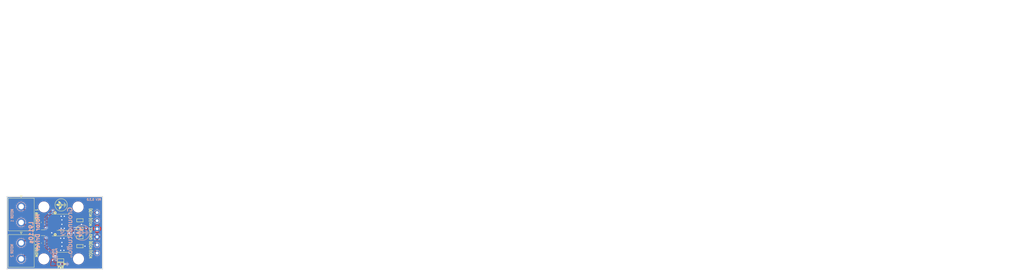
<source format=kicad_pcb>
(kicad_pcb (version 20211014) (generator pcbnew)
  (title_block (title "BCRRQI_GS module-L9110s") (date "2021-07-12") (rev "0.2.0") (company "GroundStudio.ro") (comment 1 "Layout: Victor"))
  (layers (0 "F.Cu" signal) (31 "B.Cu" signal) (34 "B.Paste" user) (35 "F.Paste" user) (36 "B.SilkS" user "B.Silkscreen") (37 "F.SilkS" user "F.Silkscreen") (38 "B.Mask" user) (39 "F.Mask" user) (44 "Edge.Cuts" user))
  (net 0 "")
  (net 1 "VCC")
  (net 2 "GND")
  (net 3 "Net-(C3-Pad2)")
  (net 4 "Net-(C3-Pad1)")
  (net 5 "Net-(C4-Pad2)")
  (net 6 "Net-(C4-Pad1)")
  (net 7 "Net-(D1-Pad2)")
  (net 8 "M2-IN-A")
  (net 9 "M2-IN-B")
  (net 10 "M1-IN-B")
  (net 11 "M1-IN-A")
  (net 12 "Net-(D1-Pad1)")
  (footprint "GS_Local:C_1206" (layer "F.Cu") (at 132.2578 83.1596 180)
    (fp_text reference "C2")
    (fp_text value "C_1206_10uF_25V")
    (pad "1" smd roundrect locked (at -1.4 0 180) (size 1.25 1.75) (layers "F.Cu" "F.Paste" "F.Mask") (roundrect_rratio 0.2) (net 1 "VCC"))
    (pad "2" smd roundrect locked (at 1.4 0 180) (size 1.25 1.75) (layers "F.Cu" "F.Paste" "F.Mask") (roundrect_rratio 0.2) (net 2 "GND"))
  )
  (footprint "GS_Local:C_0603" (layer "F.Cu") (at 132.2832 86.4108 90)
    (fp_text reference "C4")
    (fp_text value "C_0402_100nF_50V")
    (pad "1" smd roundrect locked (at -0.7875 0 90) (size 0.875 0.95) (layers "F.Cu" "F.Paste" "F.Mask") (net 6 "Net-(C4-Pad1)"))
    (pad "2" smd roundrect locked (at 0.7875 0 90) (size 0.875 0.95) (layers "F.Cu" "F.Paste" "F.Mask") (net 5 "Net-(C4-Pad2)"))
  )
  (footprint "GS_Local:LED_0402" (layer "F.Cu") (at 137.7696 92.9894 180)
    (fp_text reference "D1")
    (fp_text value "LED_0402_RED")
    (pad "1" smd roundrect locked (at -0.485 0 180) (size 0.59 0.64) (layers "F.Cu" "F.Paste" "F.Mask") (net 12 "Net-(D1-Pad1)"))
    (pad "2" smd roundrect locked (at 0.485 0 180) (size 0.59 0.64) (layers "F.Cu" "F.Paste" "F.Mask") (net 7 "Net-(D1-Pad2)"))
  )
  (footprint "GS_Local:Fiducial_0.75mm_Mask1.5mm" (layer "F.Cu") (at 150.0886 93.726)
    (fp_text reference "FID2")
    (fp_text value "Fiducial")
    (pad "" smd circle locked (at 0 0) (size 0.75 0.75) (layers "F.Cu" "F.Mask") (clearance 0.375))
  )
  (footprint "GS_Local:WJ126V-5.0-2P" (layer "F.Cu") (at 125.6665 86.36 -90)
    (fp_text reference "J3")
    (fp_text value "OSTTC020162")
    (pad "1" thru_hole circle locked (at 0 0.25908 270) (size 2.7 2.7) (drill 1.7) (layers *.Cu *.Mask) (net 5 "Net-(C4-Pad2)"))
    (pad "2" thru_hole circle locked (at 5 0.25908 270) (size 2.7 2.7) (drill 1.7) (layers *.Cu *.Mask) (net 6 "Net-(C4-Pad1)"))
  )
  (footprint "GS_Local:R_0402" (layer "F.Cu") (at 143.8148 81.8642 180)
    (fp_text reference "R1")
    (fp_text value "R_0402_10k")
    (pad "1" smd roundrect locked (at -0.485 0 180) (size 0.59 0.64) (layers "F.Cu" "F.Paste" "F.Mask") (net 11 "M1-IN-A"))
    (pad "2" smd roundrect locked (at 0.485 0 180) (size 0.59 0.64) (layers "F.Cu" "F.Paste" "F.Mask") (net 1 "VCC"))
  )
  (footprint "GS_Local:R_0402" (layer "F.Cu") (at 143.8148 79.248)
    (fp_text reference "R2")
    (fp_text value "R_0402_10k")
    (pad "1" smd roundrect locked (at -0.485 0) (size 0.59 0.64) (layers "F.Cu" "F.Paste" "F.Mask") (net 10 "M1-IN-B"))
    (pad "2" smd roundrect locked (at 0.485 0) (size 0.59 0.64) (layers "F.Cu" "F.Paste" "F.Mask") (net 1 "VCC"))
  )
  (footprint "GS_Local:R_0402" (layer "F.Cu") (at 143.8148 87.376)
    (fp_text reference "R3")
    (fp_text value "R_0402_10k")
    (pad "1" smd roundrect locked (at -0.485 0) (size 0.59 0.64) (layers "F.Cu" "F.Paste" "F.Mask") (net 8 "M2-IN-A"))
    (pad "2" smd roundrect locked (at 0.485 0) (size 0.59 0.64) (layers "F.Cu" "F.Paste" "F.Mask") (net 1 "VCC"))
  )
  (footprint "GS_Local:R_0402" (layer "F.Cu") (at 143.8021 84.5693 180)
    (fp_text reference "R4")
    (fp_text value "R_0402_10k")
    (pad "1" smd roundrect locked (at -0.485 0 180) (size 0.59 0.64) (layers "F.Cu" "F.Paste" "F.Mask") (net 9 "M2-IN-B"))
    (pad "2" smd roundrect locked (at 0.485 0 180) (size 0.59 0.64) (layers "F.Cu" "F.Paste" "F.Mask") (net 1 "VCC"))
  )
  (footprint "GS_Local:R_0402" (layer "F.Cu") (at 137.7696 91.8464 180)
    (fp_text reference "R5")
    (fp_text value "R_0402_1k")
    (pad "1" smd roundrect locked (at -0.485 0 180) (size 0.59 0.64) (layers "F.Cu" "F.Paste" "F.Mask") (net 7 "Net-(D1-Pad2)"))
    (pad "2" smd roundrect locked (at 0.485 0 180) (size 0.59 0.64) (layers "F.Cu" "F.Paste" "F.Mask") (net 1 "VCC"))
  )
  (footprint "GS_Local:SOIC-8_3.9x4.9mm_P1.27mm" (layer "F.Cu") (at 138.557 86.741)
    (fp_text reference "U2")
    (fp_text value "L9110")
    (pad "1" smd roundrect locked (at -2.475 -1.905) (size 1.95 0.6) (layers "F.Cu" "F.Paste" "F.Mask") (net 6 "Net-(C4-Pad1)"))
    (pad "2" smd roundrect locked (at -2.475 -0.635) (size 1.95 0.6) (layers "F.Cu" "F.Paste" "F.Mask") (net 1 "VCC"))
    (pad "3" smd roundrect locked (at -2.475 0.635) (size 1.95 0.6) (layers "F.Cu" "F.Paste" "F.Mask") (net 1 "VCC"))
    (pad "4" smd roundrect locked (at -2.475 1.905) (size 1.95 0.6) (layers "F.Cu" "F.Paste" "F.Mask") (net 5 "Net-(C4-Pad2)"))
    (pad "5" smd roundrect locked (at 2.475 1.905) (size 1.95 0.6) (layers "F.Cu" "F.Paste" "F.Mask") (net 2 "GND"))
    (pad "6" smd roundrect locked (at 2.475 0.635) (size 1.95 0.6) (layers "F.Cu" "F.Paste" "F.Mask") (net 8 "M2-IN-A"))
    (pad "7" smd roundrect locked (at 2.475 -0.635) (size 1.95 0.6) (layers "F.Cu" "F.Paste" "F.Mask") (net 9 "M2-IN-B"))
    (pad "8" smd roundrect locked (at 2.475 -1.905) (size 1.95 0.6) (layers "F.Cu" "F.Paste" "F.Mask") (net 2 "GND"))
  )
  (footprint "GS_Local:WJ126V-5.0-2P" (layer "F.Cu") (at 125.6665 74.93 -90)
    (fp_text reference "J1")
    (fp_text value "OSTTC020162")
    (pad "1" thru_hole circle locked (at 0 0.25908 270) (size 2.7 2.7) (drill 1.7) (layers *.Cu *.Mask) (net 3 "Net-(C3-Pad2)"))
    (pad "2" thru_hole circle locked (at 5 0.25908 270) (size 2.7 2.7) (drill 1.7) (layers *.Cu *.Mask) (net 4 "Net-(C3-Pad1)"))
  )
  (footprint "GS_Local:C_0603" (layer "F.Cu") (at 132.2324 79.9084 90)
    (fp_text reference "C3")
    (fp_text value "C_0402_100nF_50V")
    (pad "1" smd roundrect locked (at -0.7875 0 90) (size 0.875 0.95) (layers "F.Cu" "F.Paste" "F.Mask") (net 4 "Net-(C3-Pad1)"))
    (pad "2" smd roundrect locked (at 0.7875 0 90) (size 0.875 0.95) (layers "F.Cu" "F.Paste" "F.Mask") (net 3 "Net-(C3-Pad2)"))
  )
  (footprint "GS_Local:SOIC-8_3.9x4.9mm_P1.27mm" (layer "F.Cu") (at 138.557 79.883)
    (fp_text reference "U1")
    (fp_text value "L9110")
    (pad "1" smd roundrect locked (at -2.475 -1.905) (size 1.95 0.6) (layers "F.Cu" "F.Paste" "F.Mask") (net 4 "Net-(C3-Pad1)"))
    (pad "2" smd roundrect locked (at -2.475 -0.635) (size 1.95 0.6) (layers "F.Cu" "F.Paste" "F.Mask") (net 1 "VCC"))
    (pad "3" smd roundrect locked (at -2.475 0.635) (size 1.95 0.6) (layers "F.Cu" "F.Paste" "F.Mask") (net 1 "VCC"))
    (pad "4" smd roundrect locked (at -2.475 1.905) (size 1.95 0.6) (layers "F.Cu" "F.Paste" "F.Mask") (net 3 "Net-(C3-Pad2)"))
    (pad "5" smd roundrect locked (at 2.475 1.905) (size 1.95 0.6) (layers "F.Cu" "F.Paste" "F.Mask") (net 2 "GND"))
    (pad "6" smd roundrect locked (at 2.475 0.635) (size 1.95 0.6) (layers "F.Cu" "F.Paste" "F.Mask") (net 11 "M1-IN-A"))
    (pad "7" smd roundrect locked (at 2.475 -0.635) (size 1.95 0.6) (layers "F.Cu" "F.Paste" "F.Mask") (net 10 "M1-IN-B"))
    (pad "8" smd roundrect locked (at 2.475 -1.905) (size 1.95 0.6) (layers "F.Cu" "F.Paste" "F.Mask") (net 2 "GND"))
  )
  (footprint "GS_Local:Fiducial_0.75mm_Mask1.5mm" (layer "F.Cu") (at 121.8438 72.6694)
    (fp_text reference "FID1")
    (fp_text value "Fiducial")
    (pad "" smd circle locked (at 0 0) (size 0.75 0.75) (layers "F.Cu" "F.Mask") (clearance 0.375))
  )
  (footprint "GS_Local:C_0603" (layer "F.Cu") (at 143.764 83.2104 180)
    (fp_text reference "C1")
    (fp_text value "C_0402_100nF_50V")
    (pad "1" smd roundrect locked (at -0.7875 0 180) (size 0.875 0.95) (layers "F.Cu" "F.Paste" "F.Mask") (net 2 "GND"))
    (pad "2" smd roundrect locked (at 0.7875 0 180) (size 0.875 0.95) (layers "F.Cu" "F.Paste" "F.Mask") (net 1 "VCC"))
  )
  (footprint "GS_Local:SCREW_M3" (layer "F.Cu") (at 143.383 91.3765)
    (fp_text reference "REF**")
    (fp_text value "SCREW_M3")
    (pad "" np_thru_hole circle locked (at 0 0) (size 3.2 3.2) (drill 3.2) (layers *.Cu *.Mask))
  )
  (footprint "GS_Local:SCREW_M3" (layer "F.Cu") (at 143.256 75.057)
    (fp_text reference "REF**")
    (fp_text value "SCREW_M3")
    (pad "" np_thru_hole circle locked (at 0 0) (size 3.2 3.2) (drill 3.2) (layers *.Cu *.Mask))
  )
  (footprint "GS_Local:SCREW_M3" (layer "F.Cu") (at 132.5245 75.057)
    (fp_text reference "REF**")
    (fp_text value "SCREW_M3")
    (pad "" np_thru_hole circle locked (at 0 0) (size 3.2 3.2) (drill 3.2) (layers *.Cu *.Mask))
  )
  (footprint "GS_Local:SCREW_M3" (layer "F.Cu") (at 132.5245 91.3765)
    (fp_text reference "REF**")
    (fp_text value "SCREW_M3")
    (pad "" np_thru_hole circle locked (at 0 0) (size 3.2 3.2) (drill 3.2) (layers *.Cu *.Mask))
  )
  (footprint "GS_Branding:GS_Logo2_4x4" (layer "F.Cu") (at 137.9474 74.422 90)
    (fp_text reference "G***")
    (fp_text value "LOGO")
  )
  (footprint "GS_Local:PinHeader_1x06_P2.54mm_Vertical_Male" (layer "F.Cu") (at 149.21484 76.82738)
    (fp_text reference "J2")
    (fp_text value "Conn_01x06")
    (pad "1" thru_hole circle locked (at 0 0) (size 1.5748 1.5748) (drill 0.849884) (layers *.Cu *.Mask) (net 10 "M1-IN-B"))
    (pad "2" thru_hole circle locked (at 0 2.54) (size 1.5748 1.5748) (drill 0.849884) (layers *.Cu *.Mask) (net 11 "M1-IN-A"))
    (pad "3" thru_hole circle locked (at 0 5.08) (size 1.5748 1.5748) (drill 0.849884) (layers *.Cu *.Mask) (net 1 "VCC"))
    (pad "4" thru_hole rect locked (at 0 7.62) (size 1.5748 1.5748) (drill 0.849884) (layers *.Cu *.Mask) (net 2 "GND"))
    (pad "5" thru_hole circle locked (at 0 10.16) (size 1.5748 1.5748) (drill 0.849884) (layers *.Cu *.Mask) (net 9 "M2-IN-B"))
    (pad "6" thru_hole circle locked (at 0 12.7) (size 1.5748 1.5748) (drill 0.849884) (layers *.Cu *.Mask) (net 8 "M2-IN-A"))
  )
  (footprint "GS_Local:SolderJumper_NC" (layer "B.Cu") (at 136.144 92.964)
    (fp_text reference "J4")
    (fp_text value "PWR LED DISABLE")
    (fp_line (start 0.05334 0) (end 0.30988 0) (layer "B.Cu") (width 0.1524))
    (pad "1" smd custom locked (at -0.889 0) (size 0.9906 0.9906) (layers "B.Cu" "B.Mask") (net 2 "GND") (options (clearance outline) (anchor rect)) (primitives (gr_poly (pts (xy -0.508 0.508) (xy 0.508 0.508) (xy 1.016 0) (xy 0.508 -0.508) (xy -0.508 -0.508)) (width 0) (fill yes))))
    (pad "2" smd custom locked (at 0.889 0 180) (size 0.9906 0.9906) (layers "B.Cu" "B.Mask") (net 12 "Net-(D1-Pad1)") (options (clearance outline) (anchor rect)) (primitives (gr_poly (pts (xy -0.508 0.508) (xy 1.016 0.508) (xy 0.508 0) (xy 1.016 -0.508) (xy -0.508 -0.508)) (width 0) (fill yes))))
  )
  (footprint "GS_Branding:GS_Logo2_5x5" (layer "B.Cu") (at 144.526 83.1342 -90)
    (fp_text reference "G***")
    (fp_text value "LOGO")
  )
  (footprint "GS_Branding:GS_GroundStudio_14.6x1.8" (layer "B.Cu") (at 140.5382 82.4992 -90)
    (fp_text reference "G***")
    (fp_text value "LOGO")
  )
  (footprint "GS_Branding:GS_.ro_1.2x0.6" (layer "B.Cu") (at 141.1732 90.3478 -90)
    (fp_text reference "G***")
    (fp_text value "LOGO")
  )
  (footprint "GS_Branding:by 2.2x2.1" (layer "B.Cu") (at 138.2014 83.185 -90)
    (fp_text reference "G***")
    (fp_text value "LOGO")
  )
  (gr_line (start 120.904 94.615) (end 120.904 71.755) (layer "Edge.Cuts") (width 0.1524))
  (gr_line (start 120.904 71.755) (end 150.9776 71.755) (layer "Edge.Cuts") (width 0.1524))
  (gr_line (start 150.9776 71.755) (end 150.9776 94.615) (layer "Edge.Cuts") (width 0.1524))
  (gr_line (start 150.9776 94.615) (end 120.904 94.615) (layer "Edge.Cuts") (width 0.1524))
  (gr_text "DISABLE\nPWR LED" (at 136.017 90.043 90) (layer "B.SilkS") (effects (font (size 0.6096 0.6096) (thickness 0.1524)) (justify mirror)))
  (gr_text "MOTOR 1" (at 122.59564 77.71638 90) (layer "B.SilkS") (effects (font (size 0.8128 0.6096) (thickness 0.1524)) (justify mirror)))
  (gr_text "MOTOR 2" (at 122.54484 88.76538 90) (layer "B.SilkS") (effects (font (size 0.8128 0.6096) (thickness 0.1524)) (justify mirror)))
  (gr_text "REV 0.2.0" (at 148.19884 72.76338) (layer "B.SilkS") (effects (font (size 0.6096 0.6096) (thickness 0.1524)) (justify mirror)))
  (gr_text "L9110s\nMotor Driver" (at 129.54 83.1088 90) (layer "B.SilkS") (effects (font (size 1.27 1.27) (thickness 0.3175)) (justify mirror)))
  (gr_text "GND" (at 147.24634 84.44738 90) (layer "F.SilkS") (effects (font (size 0.8128 0.6096) (thickness 0.1524))))
  (gr_text "M1(A)" (at 147.18284 79.74838 90) (layer "F.SilkS") (effects (font (size 0.8128 0.6096) (thickness 0.1524))))
  (gr_text "M2(B)" (at 147.24634 87.05088 90) (layer "F.SilkS") (effects (font (size 0.8128 0.6096) (thickness 0.1524))))
  (gr_text "VCC" (at 147.24634 82.28838 90) (layer "F.SilkS") (effects (font (size 0.8128 0.6096) (thickness 0.1524))))
  (gr_text "M1(B)" (at 147.18284 76.82738 90) (layer "F.SilkS") (effects (font (size 0.8128 0.6096) (thickness 0.1524))))
  (gr_text "M2(A)" (at 147.24634 89.90838 90) (layer "F.SilkS") (effects (font (size 0.8128 0.6096) (thickness 0.1524))))
  (gr_text "PWR" (at 137.795 94.0308) (layer "F.SilkS") (effects (font (size 0.6096 0.6096) (thickness 0.1524))))
  (gr_text "MOTOR 2" (at 130.302 88.7476 90) (layer "F.SilkS") (effects (font (size 0.8128 0.6096) (thickness 0.1524))))
  (gr_text "MOTOR 1" (at 130.302 77.724 90) (layer "F.SilkS") (effects (font (size 0.8128 0.6096) (thickness 0.1524))))
  (segment (start 143.2929 84.5451) (end 143.3171 84.5693) (width 0.5) (layer "F.Cu") (net 1))
  (segment (start 143.3298 81.8642) (end 143.3298 81.8642) (width 0.5) (layer "F.Cu") (net 1))
  (segment (start 142.9765 82.17389) (end 143.3298 81.82059) (width 0.5) (layer "F.Cu") (net 1))
  (segment (start 142.96888 83.20278) (end 142.9765 83.2104) (width 0.5) (layer "F.Cu") (net 1))
  (segment (start 144.2998 79.248) (end 144.2998 80.52294) (width 0.5) (layer "F.Cu") (net 1))
  (segment (start 133.67558 83.17738) (end 133.6578 83.1596) (width 0.5) (layer "F.Cu") (net 1))
  (segment (start 134.99084 83.17738) (end 133.67558 83.17738) (width 0.5) (layer "F.Cu") (net 1))
  (segment (start 141.82344 83.20278) (end 142.96888 83.20278) (width 0.5) (layer "F.Cu") (net 1))
  (segment (start 144.2998 80.52294) (end 144.31264 80.53578) (width 0.5) (layer "F.Cu") (net 1))
  (segment (start 137.2846 91.8464) (end 137.2846 89.3342) (width 0.5) (layer "F.Cu") (net 1))
  (segment (start 137.2846 89.3342) (end 137.922 88.6968) (width 0.5) (layer "F.Cu") (net 1))
  (segment (start 142.9765 83.2104) (end 142.9765 84.2287) (width 0.5) (layer "F.Cu") (net 1))
  (segment (start 144.2998 87.376) (end 145.40484 87.376) (width 0.5) (layer "F.Cu") (net 1))
  (segment (start 142.9765 84.2287) (end 143.2929 84.5451) (width 0.5) (layer "F.Cu") (net 1))
  (segment (start 142.9765 83.2104) (end 142.9765 82.17389) (width 0.5) (layer "F.Cu") (net 1))
  (via (at 138.938 77.978) (size 0.8) (drill 0.4) (layers "F.Cu" "B.Cu") (net 1))
  (via (at 138.176 79.121) (size 0.8) (drill 0.4) (layers "F.Cu" "B.Cu") (net 1))
  (via (at 138.176 80.518) (size 0.8) (drill 0.4) (layers "F.Cu" "B.Cu") (net 1))
  (via (at 137.9474 81.788) (size 0.8) (drill 0.4) (layers "F.Cu" "B.Cu") (net 1))
  (via (at 138.938 81.788) (size 0.8) (drill 0.4) (layers "F.Cu" "B.Cu") (net 1))
  (via (at 137.795 88.6968) (size 0.8) (drill 0.4) (layers "F.Cu" "B.Cu") (net 1))
  (via (at 138.176 86.2076) (size 0.8) (drill 0.4) (layers "F.Cu" "B.Cu") (net 1))
  (via (at 137.795 84.8868) (size 0.8) (drill 0.4) (layers "F.Cu" "B.Cu") (net 1))
  (via (at 138.811 84.8868) (size 0.8) (drill 0.4) (layers "F.Cu" "B.Cu") (net 1))
  (via (at 138.811 88.6968) (size 0.8) (drill 0.4) (layers "F.Cu" "B.Cu") (net 1))
  (via (at 138.176 87.4014) (size 0.8) (drill 0.4) (layers "F.Cu" "B.Cu") (net 1))
  (via (at 134.99084 83.17738) (size 0.8) (drill 0.4) (layers "F.Cu" "B.Cu") (net 1))
  (via (at 145.40484 87.376) (size 0.8) (drill 0.4) (layers "F.Cu" "B.Cu") (net 1))
  (via (at 141.82344 83.20278) (size 0.8) (drill 0.4) (layers "F.Cu" "B.Cu") (net 1))
  (via (at 137.9474 77.978) (size 0.8) (drill 0.4) (layers "F.Cu" "B.Cu") (net 1))
  (via (at 144.31264 80.53578) (size 0.8) (drill 0.4) (layers "F.Cu" "B.Cu") (net 1))
  (segment (start 139.573 78.530554) (end 139.740401 78.363153) (width 0.5) (layer "F.Cu") (net 2))
  (segment (start 141.032 81.788) (end 140.057 81.788) (width 0.5) (layer "F.Cu") (net 2))
  (segment (start 141.032 88.646) (end 140.057 88.646) (width 0.5) (layer "F.Cu") (net 2))
  (segment (start 139.446 88.035) (end 139.446 85.447) (width 0.5) (layer "F.Cu") (net 2))
  (segment (start 140.057 77.978) (end 141.032 77.978) (width 0.5) (layer "F.Cu") (net 2))
  (segment (start 139.740401 78.363153) (end 139.740401 78.294599) (width 0.5) (layer "F.Cu") (net 2))
  (segment (start 140.057 88.646) (end 139.75459 88.34359) (width 0.5) (layer "F.Cu") (net 2))
  (segment (start 139.740401 81.471401) (end 139.740401 81.402847) (width 0.5) (layer "F.Cu") (net 2))
  (segment (start 139.573 81.235446) (end 139.573 78.530554) (width 0.5) (layer "F.Cu") (net 2))
  (segment (start 139.740401 78.294599) (end 140.057 77.978) (width 0.5) (layer "F.Cu") (net 2))
  (segment (start 139.75459 85.13841) (end 140.057 84.836) (width 0.5) (layer "F.Cu") (net 2))
  (segment (start 140.50264 82.31736) (end 140.50264 84.30664) (width 0.5) (layer "F.Cu") (net 2))
  (segment (start 140.50264 84.30664) (end 141.032 84.836) (width 0.5) (layer "F.Cu") (net 2))
  (segment (start 139.75459 88.34359) (end 139.446 88.035) (width 0.5) (layer "F.Cu") (net 2))
  (segment (start 139.446 85.447) (end 139.75459 85.13841) (width 0.5) (layer "F.Cu") (net 2))
  (segment (start 139.740401 81.402847) (end 139.573 81.235446) (width 0.5) (layer "F.Cu") (net 2))
  (segment (start 141.032 81.788) (end 140.50264 82.31736) (width 0.5) (layer "F.Cu") (net 2))
  (segment (start 140.057 84.836) (end 141.032 84.836) (width 0.5) (layer "F.Cu") (net 2))
  (segment (start 140.057 81.788) (end 139.740401 81.471401) (width 0.5) (layer "F.Cu") (net 2))
  (via (at 140.50264 83.20278) (size 0.8) (drill 0.4) (layers "F.Cu" "B.Cu") (net 2))
  (via (at 135.24484 91.81338) (size 0.8) (drill 0.4) (layers "F.Cu" "B.Cu") (net 2))
  (via (at 145.78584 81.78038) (size 0.8) (drill 0.4) (layers "F.Cu" "B.Cu") (net 2))
  (segment (start 140.50264 83.20278) (end 141.91742 81.788) (width 0.5) (layer "B.Cu") (net 2))
  (segment (start 135.255 92.964) (end 135.255 91.82354) (width 0.5) (layer "B.Cu") (net 2))
  (segment (start 141.91742 81.788) (end 145.77822 81.788) (width 0.5) (layer "B.Cu") (net 2))
  (segment (start 145.77822 81.788) (end 145.78584 81.78038) (width 0.5) (layer "B.Cu") (net 2))
  (segment (start 135.255 91.82354) (end 135.24484 91.81338) (width 0.5) (layer "B.Cu") (net 2))
  (segment (start 132.2324 79.1209) (end 129.59832 79.1209) (width 0.5) (layer "F.Cu") (net 3))
  (segment (start 132.2324 79.1209) (end 132.83936 79.1209) (width 0.5) (layer "F.Cu") (net 3))
  (segment (start 135.50646 81.788) (end 136.082 81.788) (width 0.5) (layer "F.Cu") (net 3))
  (segment (start 132.83936 79.1209) (end 135.50646 81.788) (width 0.5) (layer "F.Cu") (net 3))
  (segment (start 129.59832 79.1209) (end 125.40742 74.93) (width 0.5) (layer "F.Cu") (net 3))
  (segment (start 136.082 76.96858) (end 135.3566 76.24318) (width 0.5) (layer "F.Cu") (net 4))
  (segment (start 136.082 77.978) (end 136.082 76.96858) (width 0.5) (layer "F.Cu") (net 4))
  (segment (start 132.2324 80.6959) (end 132.28076 80.6959) (width 0.5) (layer "F.Cu") (net 4))
  (segment (start 132.2324 80.6959) (end 126.17332 80.6959) (width 0.5) (layer "F.Cu") (net 4))
  (segment (start 132.28076 80.6959) (end 133.13664 81.55178) (width 0.5) (layer "F.Cu") (net 4))
  (segment (start 126.17332 80.6959) (end 125.40742 79.93) (width 0.5) (layer "F.Cu") (net 4))
  (via (at 133.13664 81.55178) (size 0.8) (drill 0.4) (layers "F.Cu" "B.Cu") (net 4))
  (via (at 135.3566 76.24318) (size 0.8) (drill 0.4) (layers "F.Cu" "B.Cu") (net 4))
  (segment (start 133.13664 78.46314) (end 133.13664 81.55178) (width 0.5) (layer "B.Cu") (net 4))
  (segment (start 135.3566 76.24318) (end 133.13664 78.46314) (width 0.5) (layer "B.Cu") (net 4))
  (segment (start 132.2832 85.6233) (end 132.31632 85.6233) (width 0.5) (layer "F.Cu") (net 5))
  (segment (start 136.082 88.646) (end 136.082 90.41234) (width 0.5) (layer "F.Cu") (net 5))
  (segment (start 132.2832 85.6233) (end 126.14412 85.6233) (width 0.5) (layer "F.Cu") (net 5))
  (segment (start 136.082 90.41234) (end 136.07796 90.41638) (width 0.5) (layer "F.Cu") (net 5))
  (segment (start 132.31632 85.6233) (end 133.13664 84.80298) (width 0.5) (layer "F.Cu") (net 5))
  (segment (start 126.14412 85.6233) (end 125.40742 86.36) (width 0.5) (layer "F.Cu") (net 5))
  (segment (start 136.07796 90.41638) (end 136.07796 90.00236) (width 0.5) (layer "F.Cu") (net 5))
  (via (at 136.07796 90.41638) (size 0.8) (drill 0.4) (layers "F.Cu" "B.Cu") (net 5))
  (via (at 133.13664 84.80298) (size 0.8) (drill 0.4) (layers "F.Cu" "B.Cu") (net 5))
  (segment (start 133.13664 87.47506) (end 133.13664 84.80298) (width 0.5) (layer "B.Cu") (net 5))
  (segment (start 136.07796 90.41638) (end 133.13664 87.47506) (width 0.5) (layer "B.Cu") (net 5))
  (segment (start 135.28802 84.836) (end 136.082 84.836) (width 0.5) (layer "F.Cu") (net 6))
  (segment (start 132.92572 87.1983) (end 135.28802 84.836) (width 0.5) (layer "F.Cu") (net 6))
  (segment (start 132.2832 87.1983) (end 132.92572 87.1983) (width 0.5) (layer "F.Cu") (net 6))
  (segment (start 132.2832 87.1983) (end 129.56912 87.1983) (width 0.5) (layer "F.Cu") (net 6))
  (segment (start 129.56912 87.1983) (end 125.40742 91.36) (width 0.5) (layer "F.Cu") (net 6))
  (segment (start 137.2846 92.8164) (end 138.2546 91.8464) (width 0.3) (layer "F.Cu") (net 7))
  (segment (start 137.2846 92.9894) (end 137.2846 92.8164) (width 0.5) (layer "F.Cu") (net 7))
  (segment (start 141.032 87.376) (end 143.1568 87.376) (width 0.5) (layer "F.Cu") (net 8))
  (segment (start 143.3298 87.23362) (end 144.08404 86.47938) (width 0.5) (layer "F.Cu") (net 8))
  (segment (start 144.08404 86.47938) (end 146.16684 86.47938) (width 0.5) (layer "F.Cu") (net 8))
  (segment (start 146.16684 86.47938) (end 149.21484 89.52738) (width 0.5) (layer "F.Cu") (net 8))
  (segment (start 143.3298 87.376) (end 143.3298 87.23362) (width 0.5) (layer "F.Cu") (net 8))
  (segment (start 144.2871 84.5693) (end 146.79676 84.5693) (width 0.5) (layer "F.Cu") (net 9))
  (segment (start 143.23822 86.106) (end 141.032 86.106) (width 0.5) (layer "F.Cu") (net 9))
  (segment (start 144.2871 84.5693) (end 144.2871 85.05712) (width 0.5) (layer "F.Cu") (net 9))
  (segment (start 146.79676 84.5693) (end 149.21484 86.98738) (width 0.5) (layer "F.Cu") (net 9))
  (segment (start 144.2871 85.05712) (end 143.23822 86.106) (width 0.5) (layer "F.Cu") (net 9))
  (segment (start 143.72082 78.52918) (end 143.920928 78.52918) (width 0.5) (layer "F.Cu") (net 10))
  (segment (start 143.3298 78.9202) (end 143.72082 78.52918) (width 0.5) (layer "F.Cu") (net 10))
  (segment (start 141.032 79.248) (end 143.3298 79.248) (width 0.5) (layer "F.Cu") (net 10))
  (segment (start 144.678672 78.52918) (end 144.79524 78.52918) (width 0.5) (layer "F.Cu") (net 10))
  (segment (start 143.924518 78.52559) (end 144.675082 78.52559) (width 0.5) (layer "F.Cu") (net 10))
  (segment (start 146.49704 76.82738) (end 149.21484 76.82738) (width 0.5) (layer "F.Cu") (net 10))
  (segment (start 143.3298 79.248) (end 143.3298 78.9202) (width 0.5) (layer "F.Cu") (net 10))
  (segment (start 144.675082 78.52559) (end 144.678672 78.52918) (width 0.5) (layer "F.Cu") (net 10))
  (segment (start 144.79524 78.52918) (end 146.49704 76.82738) (width 0.5) (layer "F.Cu") (net 10))
  (segment (start 143.920928 78.52918) (end 143.924518 78.52559) (width 0.5) (layer "F.Cu") (net 10))
  (segment (start 144.2998 81.8642) (end 144.2998 81.726318) (width 0.5) (layer "F.Cu") (net 11))
  (segment (start 144.55902 81.8642) (end 144.2998 81.8642) (width 0.5) (layer "F.Cu") (net 11))
  (segment (start 144.2998 81.726318) (end 143.091482 80.518) (width 0.5) (layer "F.Cu") (net 11))
  (segment (start 147.05584 79.36738) (end 144.55902 81.8642) (width 0.5) (layer "F.Cu") (net 11))
  (segment (start 149.21484 79.36738) (end 147.05584 79.36738) (width 0.5) (layer "F.Cu") (net 11))
  (segment (start 143.091482 80.518) (end 141.032 80.518) (width 0.5) (layer "F.Cu") (net 11))
  (segment (start 138.2546 92.9894) (end 139.8524 92.9894) (width 0.1524) (layer "F.Cu") (net 12))
  (via (at 139.8524 92.9894) (size 0.6) (drill 0.3) (layers "F.Cu" "B.Cu") (net 12))
  (segment (start 139.827 92.964) (end 139.8524 92.9894) (width 0.1524) (layer "B.Cu") (net 12))
  (segment (start 137.033 92.964) (end 139.827 92.964) (width 0.1524) (layer "B.Cu") (net 12))
  (zone (net 2) (net_name "GND") (layer "F.Cu") (connect_pads (clearance 0.1524)) (min_thickness 0.2032) (fill yes (thermal_gap 0.508) (thermal_bridge_width 0.508))
    (polygon (pts (xy 151.003 94.615) (xy 120.904 94.615) (xy 120.904 71.755) (xy 151.003 71.755)))
    (polygon (pts (xy 133.858 76.93586) (xy 133.858 89.63586) (xy 142.494 89.63586) (xy 142.494 76.93586)))
  )
  (zone (net 1) (net_name "VCC") (layer "F.Cu") (connect_pads (clearance 0.1524)) (min_thickness 0.2032) (fill yes (thermal_gap 0.508) (thermal_bridge_width 0.508))
    (polygon (pts (xy 142.24 89.40671) (xy 134.112 89.40671) (xy 134.112 77.21471) (xy 142.24 77.21471)))
  )
  (zone (net 1) (net_name "VCC") (layer "B.Cu") (connect_pads (clearance 0.1524)) (min_thickness 0.2032) (fill yes (thermal_gap 0.508) (thermal_bridge_width 0.508))
    (polygon (pts (xy 151.003 94.615) (xy 120.904 94.615) (xy 120.904 71.755) (xy 151.003 71.755)))
  )
)
</source>
